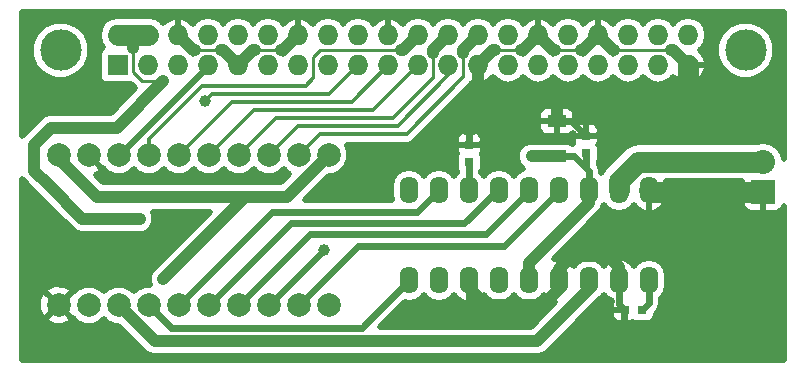
<source format=gbr>
G04 #@! TF.FileFunction,Copper,L1,Top,Signal*
%FSLAX46Y46*%
G04 Gerber Fmt 4.6, Leading zero omitted, Abs format (unit mm)*
G04 Created by KiCad (PCBNEW 4.0.6-e0-6349~53~ubuntu16.04.1) date Sat Mar 25 19:46:27 2017*
%MOMM*%
%LPD*%
G01*
G04 APERTURE LIST*
%ADD10C,0.100000*%
%ADD11R,0.750000X0.800000*%
%ADD12C,3.500000*%
%ADD13O,1.727200X1.727200*%
%ADD14R,1.727200X1.727200*%
%ADD15O,1.600000X2.300000*%
%ADD16C,2.000000*%
%ADD17R,0.800000X0.750000*%
%ADD18R,1.600000X1.000000*%
%ADD19R,2.032000X2.032000*%
%ADD20O,2.032000X2.032000*%
%ADD21C,1.000000*%
%ADD22C,0.600000*%
%ADD23C,1.800000*%
%ADD24C,1.000000*%
%ADD25C,0.250000*%
%ADD26C,0.350000*%
%ADD27C,0.500000*%
G04 APERTURE END LIST*
D10*
D11*
X138100000Y-113000000D03*
X138100000Y-111500000D03*
X148000000Y-112250000D03*
X148000000Y-110750000D03*
D12*
X103500000Y-103500000D03*
X161500000Y-103500000D03*
D13*
X108370000Y-102230000D03*
D14*
X108370000Y-104770000D03*
D13*
X110910000Y-102230000D03*
X110910000Y-104770000D03*
X113450000Y-102230000D03*
X113450000Y-104770000D03*
X115990000Y-102230000D03*
X115990000Y-104770000D03*
X118530000Y-102230000D03*
X118530000Y-104770000D03*
X121070000Y-102230000D03*
X121070000Y-104770000D03*
X123610000Y-102230000D03*
X123610000Y-104770000D03*
X126150000Y-102230000D03*
X126150000Y-104770000D03*
X128690000Y-102230000D03*
X128690000Y-104770000D03*
X131230000Y-102230000D03*
X131230000Y-104770000D03*
X133770000Y-102230000D03*
X133770000Y-104770000D03*
X136310000Y-102230000D03*
X136310000Y-104770000D03*
X138850000Y-102230000D03*
X138850000Y-104770000D03*
X141390000Y-102230000D03*
X141390000Y-104770000D03*
X143930000Y-102230000D03*
X143930000Y-104770000D03*
X146470000Y-102230000D03*
X146470000Y-104770000D03*
X149010000Y-102230000D03*
X149010000Y-104770000D03*
X151550000Y-102230000D03*
X151550000Y-104770000D03*
X154090000Y-102230000D03*
X154090000Y-104770000D03*
X156630000Y-102230000D03*
X156630000Y-104770000D03*
D15*
X133000000Y-123000000D03*
X135540000Y-123000000D03*
X138080000Y-123000000D03*
X140620000Y-123000000D03*
X143160000Y-123000000D03*
X145700000Y-123000000D03*
X148240000Y-123000000D03*
X150780000Y-123000000D03*
X153320000Y-123000000D03*
X153320000Y-115380000D03*
X150780000Y-115380000D03*
X148240000Y-115380000D03*
X145700000Y-115380000D03*
X143160000Y-115380000D03*
X140620000Y-115380000D03*
X138080000Y-115380000D03*
X135540000Y-115380000D03*
X133000000Y-115380000D03*
D16*
X126200000Y-112400000D03*
X123660000Y-112400000D03*
X121120000Y-112400000D03*
X118580000Y-112400000D03*
X116040000Y-112400000D03*
X113500000Y-112400000D03*
X110960000Y-112400000D03*
X108420000Y-112400000D03*
X105880000Y-112400000D03*
X103340000Y-112400000D03*
X126200000Y-125100000D03*
X123660000Y-125100000D03*
X121120000Y-125100000D03*
X118580000Y-125100000D03*
X116040000Y-125100000D03*
X113500000Y-125100000D03*
X110960000Y-125100000D03*
X108420000Y-125100000D03*
X105880000Y-125100000D03*
X103340000Y-125100000D03*
D17*
X152750000Y-125500000D03*
X151250000Y-125500000D03*
D18*
X145500000Y-112500000D03*
X145500000Y-109500000D03*
D19*
X163000000Y-115500000D03*
D20*
X163000000Y-112960000D03*
D21*
X145600000Y-107500000D03*
X143400000Y-112500000D03*
X110200000Y-117800000D03*
X112200000Y-106100000D03*
X112200000Y-122900000D03*
X115700000Y-107800000D03*
X125800000Y-120400000D03*
D22*
X138100000Y-111500000D02*
X138100000Y-109850000D01*
D23*
X138100000Y-109050000D02*
X138100000Y-109850000D01*
X138100000Y-109050000D02*
X139725000Y-107425000D01*
X145550000Y-107500000D02*
X145600000Y-107500000D01*
X153320000Y-115380000D02*
X153440000Y-115500000D01*
X153440000Y-115500000D02*
X163000000Y-115500000D01*
D24*
X145500000Y-109500000D02*
X145550000Y-109450000D01*
X145550000Y-109450000D02*
X145550000Y-107500000D01*
X145700000Y-123000000D02*
X145700000Y-122050000D01*
X145700000Y-122050000D02*
X146850000Y-120900000D01*
X150780000Y-121830000D02*
X150780000Y-123000000D01*
X149850000Y-120900000D02*
X150780000Y-121830000D01*
X146850000Y-120900000D02*
X149850000Y-120900000D01*
X138080000Y-123000000D02*
X138080000Y-123680000D01*
X138080000Y-123680000D02*
X139500000Y-125100000D01*
X139500000Y-125100000D02*
X144300000Y-125100000D01*
X144300000Y-125100000D02*
X145700000Y-123700000D01*
X145700000Y-123700000D02*
X145700000Y-123000000D01*
X139150000Y-106850000D02*
X138850000Y-106550000D01*
D23*
X139800000Y-107500000D02*
X139725000Y-107425000D01*
X139725000Y-107425000D02*
X139150000Y-106850000D01*
X156630000Y-104770000D02*
X156630000Y-105970000D01*
X155100000Y-107500000D02*
X156630000Y-105970000D01*
X149050000Y-107500000D02*
X155100000Y-107500000D01*
X149050000Y-107500000D02*
X145550000Y-107500000D01*
X145550000Y-107500000D02*
X139800000Y-107500000D01*
D24*
X138850000Y-106550000D02*
X138850000Y-104770000D01*
D22*
X145500000Y-109500000D02*
X146750000Y-109500000D01*
X146750000Y-109500000D02*
X148000000Y-110750000D01*
X150780000Y-123000000D02*
X150780000Y-125030000D01*
X150780000Y-125030000D02*
X151250000Y-125500000D01*
D25*
X119800000Y-103500000D02*
X122340000Y-103500000D01*
D24*
X119800000Y-103500000D02*
X120000000Y-103500000D01*
X118530000Y-104770000D02*
X119800000Y-103500000D01*
X122340000Y-103500000D02*
X122150000Y-103500000D01*
X122340000Y-103500000D02*
X123610000Y-102230000D01*
D25*
X114720000Y-103500000D02*
X117260000Y-103500000D01*
X117260000Y-103500000D02*
X117050000Y-103500000D01*
D24*
X117260000Y-103500000D02*
X117050000Y-103500000D01*
D25*
X140120000Y-103500000D02*
X142450000Y-103500000D01*
D24*
X142660000Y-103500000D02*
X142450000Y-103500000D01*
X142660000Y-103500000D02*
X143930000Y-102230000D01*
D25*
X140120000Y-103500000D02*
X140300000Y-103500000D01*
X147740000Y-103500000D02*
X145200000Y-103500000D01*
X145200000Y-103500000D02*
X145400000Y-103500000D01*
D24*
X145200000Y-103500000D02*
X145400000Y-103500000D01*
D25*
X155360000Y-103500000D02*
X150400000Y-103500000D01*
D24*
X150280000Y-103500000D02*
X149010000Y-102230000D01*
X150280000Y-103500000D02*
X150400000Y-103500000D01*
X156630000Y-104770000D02*
X155360000Y-103500000D01*
X155360000Y-103500000D02*
X155150000Y-103500000D01*
X149010000Y-102230000D02*
X147740000Y-103500000D01*
X147740000Y-103500000D02*
X147550000Y-103500000D01*
X143930000Y-102230000D02*
X145200000Y-103500000D01*
X138850000Y-104770000D02*
X140120000Y-103500000D01*
X140120000Y-103500000D02*
X140300000Y-103500000D01*
X118530000Y-104770000D02*
X117260000Y-103500000D01*
X113450000Y-102230000D02*
X114720000Y-103500000D01*
X114720000Y-103500000D02*
X114900000Y-103500000D01*
X145500000Y-112500000D02*
X143400000Y-112500000D01*
X105350000Y-117800000D02*
X110200000Y-117800000D01*
X108250000Y-110050000D02*
X112200000Y-106100000D01*
X101250000Y-113700000D02*
X102500000Y-114950000D01*
X101250000Y-111500000D02*
X101250000Y-113700000D01*
X102700000Y-110050000D02*
X101250000Y-111500000D01*
X108250000Y-110050000D02*
X102700000Y-110050000D01*
X102500000Y-114950000D02*
X105350000Y-117800000D01*
X143160000Y-123000000D02*
X143160000Y-121490000D01*
X143160000Y-121490000D02*
X148240000Y-116410000D01*
X148240000Y-116410000D02*
X148240000Y-115380000D01*
D25*
X109650000Y-103350000D02*
X109650000Y-105350000D01*
X110400000Y-106100000D02*
X112200000Y-106100000D01*
X109650000Y-105350000D02*
X110400000Y-106100000D01*
D22*
X148000000Y-112250000D02*
X148000000Y-113500000D01*
X145500000Y-112500000D02*
X147000000Y-112500000D01*
X148240000Y-113740000D02*
X148240000Y-115380000D01*
X147000000Y-112500000D02*
X148000000Y-113500000D01*
X148000000Y-113500000D02*
X148240000Y-113740000D01*
D24*
X109650000Y-102230000D02*
X109650000Y-103350000D01*
X109650000Y-103350000D02*
X109650000Y-103250000D01*
D23*
X108370000Y-102230000D02*
X109650000Y-102230000D01*
X109650000Y-102230000D02*
X110910000Y-102230000D01*
D24*
X103340000Y-112400000D02*
X103340000Y-112690000D01*
X103340000Y-112690000D02*
X106600000Y-115950000D01*
X106600000Y-115950000D02*
X119150000Y-115950000D01*
X122650000Y-115950000D02*
X126200000Y-112400000D01*
X119150000Y-115950000D02*
X122650000Y-115950000D01*
X112200000Y-122900000D02*
X119150000Y-115950000D01*
D26*
X126260000Y-107200000D02*
X116300000Y-107200000D01*
X116300000Y-107200000D02*
X115700000Y-107800000D01*
X128690000Y-104770000D02*
X126260000Y-107200000D01*
D22*
X153320000Y-123000000D02*
X153320000Y-124930000D01*
X153320000Y-124930000D02*
X152750000Y-125500000D01*
D23*
X150780000Y-115380000D02*
X150780000Y-114570000D01*
X150780000Y-114570000D02*
X152390000Y-112960000D01*
X152390000Y-112960000D02*
X163000000Y-112960000D01*
D22*
X145700000Y-115380000D02*
X145700000Y-115400000D01*
X128710000Y-120050000D02*
X123660000Y-125100000D01*
X141050000Y-120050000D02*
X128710000Y-120050000D01*
X145700000Y-115400000D02*
X141050000Y-120050000D01*
X143160000Y-115380000D02*
X143160000Y-115440000D01*
X124580000Y-119100000D02*
X118580000Y-125100000D01*
X139500000Y-119100000D02*
X124580000Y-119100000D01*
X143160000Y-115440000D02*
X139500000Y-119100000D01*
X140620000Y-115380000D02*
X140620000Y-115230000D01*
X122990000Y-118150000D02*
X116040000Y-125100000D01*
X137700000Y-118150000D02*
X122990000Y-118150000D01*
X140620000Y-115230000D02*
X137700000Y-118150000D01*
X113500000Y-125100000D02*
X121400000Y-117200000D01*
X133720000Y-117200000D02*
X135540000Y-115380000D01*
X121400000Y-117200000D02*
X133720000Y-117200000D01*
X125800000Y-120420000D02*
X125800000Y-120400000D01*
X121120000Y-125100000D02*
X125800000Y-120420000D01*
X110960000Y-125100000D02*
X112860000Y-127000000D01*
X112860000Y-127000000D02*
X129000000Y-127000000D01*
X129000000Y-127000000D02*
X133000000Y-123000000D01*
D24*
X108420000Y-125100000D02*
X111470000Y-128150000D01*
X143850000Y-128150000D02*
X148240000Y-123760000D01*
X111470000Y-128150000D02*
X143850000Y-128150000D01*
X148240000Y-123760000D02*
X148240000Y-123000000D01*
D22*
X108420000Y-112400000D02*
X115990000Y-104830000D01*
X115990000Y-104830000D02*
X115990000Y-104770000D01*
D26*
X123660000Y-112400000D02*
X125460000Y-110600000D01*
D24*
X137600000Y-103480000D02*
X138850000Y-102230000D01*
X137600000Y-103480000D02*
X137600000Y-103700000D01*
D25*
X137600000Y-105800000D02*
X137600000Y-103700000D01*
D26*
X132800000Y-110600000D02*
X137600000Y-105800000D01*
X125460000Y-110600000D02*
X132800000Y-110600000D01*
X118580000Y-112400000D02*
X121730000Y-109250000D01*
D25*
X135050000Y-105850000D02*
X135050000Y-103490000D01*
D26*
X131650000Y-109250000D02*
X135050000Y-105850000D01*
X121730000Y-109250000D02*
X131650000Y-109250000D01*
D25*
X135050000Y-103490000D02*
X135050000Y-103700000D01*
D24*
X136310000Y-102230000D02*
X135050000Y-103490000D01*
X135050000Y-103490000D02*
X135050000Y-103700000D01*
D26*
X116040000Y-112400000D02*
X119890000Y-108550000D01*
X129990000Y-108550000D02*
X133770000Y-104770000D01*
X119890000Y-108550000D02*
X129990000Y-108550000D01*
X113500000Y-112400000D02*
X118050000Y-107850000D01*
X128150000Y-107850000D02*
X131230000Y-104770000D01*
X118050000Y-107850000D02*
X128150000Y-107850000D01*
X121120000Y-112400000D02*
X123620000Y-109900000D01*
X136310000Y-105640000D02*
X136310000Y-104770000D01*
X132050000Y-109900000D02*
X136310000Y-105640000D01*
X123620000Y-109900000D02*
X132050000Y-109900000D01*
X116810000Y-106550000D02*
X115450000Y-106550000D01*
X116810000Y-106550000D02*
X124250000Y-106550000D01*
X124250000Y-106550000D02*
X124900000Y-105900000D01*
D25*
X132300000Y-103500000D02*
X129500000Y-103500000D01*
D24*
X132500000Y-103500000D02*
X132300000Y-103500000D01*
X133770000Y-102230000D02*
X132500000Y-103500000D01*
D25*
X124900000Y-104100000D02*
X124900000Y-105900000D01*
X125500000Y-103500000D02*
X124900000Y-104100000D01*
X129500000Y-103500000D02*
X125500000Y-103500000D01*
D26*
X110960000Y-111040000D02*
X110960000Y-112400000D01*
X115450000Y-106550000D02*
X110960000Y-111040000D01*
D22*
X138080000Y-115380000D02*
X138080000Y-113020000D01*
X138080000Y-113020000D02*
X138100000Y-113000000D01*
D27*
G36*
X100366117Y-114583883D02*
X101616117Y-115833884D01*
X101616120Y-115833886D01*
X104466117Y-118683884D01*
X104728319Y-118859081D01*
X104871646Y-118954849D01*
X105350000Y-119050000D01*
X110198909Y-119050000D01*
X110447550Y-119050217D01*
X110907143Y-118860316D01*
X111259081Y-118508993D01*
X111449783Y-118049731D01*
X111450217Y-117552450D01*
X111304587Y-117200000D01*
X116132233Y-117200000D01*
X111317174Y-122015060D01*
X111140919Y-122191007D01*
X110950217Y-122650269D01*
X110949783Y-123147550D01*
X111033460Y-123350063D01*
X110613431Y-123349696D01*
X109969999Y-123615557D01*
X109689943Y-123895125D01*
X109412590Y-123617287D01*
X108769624Y-123350304D01*
X108073431Y-123349696D01*
X107429999Y-123615557D01*
X107149943Y-123895125D01*
X106872590Y-123617287D01*
X106229624Y-123350304D01*
X105533431Y-123349696D01*
X104889999Y-123615557D01*
X104523535Y-123981382D01*
X104476275Y-123969382D01*
X103345657Y-125100000D01*
X104476275Y-126230618D01*
X104523866Y-126218534D01*
X104887410Y-126582713D01*
X105530376Y-126849696D01*
X106226569Y-126850304D01*
X106870001Y-126584443D01*
X107150057Y-126304875D01*
X107427410Y-126582713D01*
X108070376Y-126849696D01*
X108402220Y-126849986D01*
X110586116Y-129033883D01*
X110991646Y-129304849D01*
X111470000Y-129400000D01*
X143850000Y-129400000D01*
X144328354Y-129304849D01*
X144733883Y-129033883D01*
X148074266Y-125693500D01*
X150092000Y-125693500D01*
X150092000Y-126025775D01*
X150207398Y-126304372D01*
X150420627Y-126517601D01*
X150699224Y-126633000D01*
X151056500Y-126633000D01*
X151246000Y-126443500D01*
X151246000Y-125504000D01*
X150281500Y-125504000D01*
X150092000Y-125693500D01*
X148074266Y-125693500D01*
X149123884Y-124643883D01*
X149146701Y-124609735D01*
X149336016Y-124483239D01*
X149517734Y-124211277D01*
X149681156Y-124454501D01*
X150172141Y-124780746D01*
X150092000Y-124974225D01*
X150092000Y-125306500D01*
X150281500Y-125496000D01*
X151246000Y-125496000D01*
X151246000Y-125476000D01*
X151254000Y-125476000D01*
X151254000Y-125496000D01*
X151274000Y-125496000D01*
X151274000Y-125504000D01*
X151254000Y-125504000D01*
X151254000Y-126443500D01*
X151443500Y-126633000D01*
X151800776Y-126633000D01*
X152006286Y-126547875D01*
X152052492Y-126579446D01*
X152350000Y-126639693D01*
X153150000Y-126639693D01*
X153427933Y-126587396D01*
X153683198Y-126423138D01*
X153854446Y-126172508D01*
X153914693Y-125875000D01*
X153914693Y-125820231D01*
X154062462Y-125672462D01*
X154125343Y-125578354D01*
X154290074Y-125331818D01*
X154370000Y-124930000D01*
X154370000Y-124513986D01*
X154416016Y-124483239D01*
X154752013Y-123980382D01*
X154870000Y-123387223D01*
X154870000Y-122612777D01*
X154752013Y-122019618D01*
X154416016Y-121516761D01*
X153913159Y-121180764D01*
X153320000Y-121062777D01*
X152726841Y-121180764D01*
X152223984Y-121516761D01*
X152042266Y-121788723D01*
X151878844Y-121545499D01*
X151372525Y-121209065D01*
X151027675Y-121111812D01*
X150784000Y-121281506D01*
X150784000Y-122996000D01*
X150804000Y-122996000D01*
X150804000Y-123004000D01*
X150784000Y-123004000D01*
X150784000Y-123024000D01*
X150776000Y-123024000D01*
X150776000Y-123004000D01*
X150756000Y-123004000D01*
X150756000Y-122996000D01*
X150776000Y-122996000D01*
X150776000Y-121281506D01*
X150532325Y-121111812D01*
X150187475Y-121209065D01*
X149681156Y-121545499D01*
X149517734Y-121788723D01*
X149336016Y-121516761D01*
X148833159Y-121180764D01*
X148240000Y-121062777D01*
X147646841Y-121180764D01*
X147143984Y-121516761D01*
X146962266Y-121788723D01*
X146798844Y-121545499D01*
X146292525Y-121209065D01*
X145947675Y-121111812D01*
X145704000Y-121281506D01*
X145704000Y-122996000D01*
X145724000Y-122996000D01*
X145724000Y-123004000D01*
X145704000Y-123004000D01*
X145704000Y-123024000D01*
X145696000Y-123024000D01*
X145696000Y-123004000D01*
X145676000Y-123004000D01*
X145676000Y-122996000D01*
X145696000Y-122996000D01*
X145696000Y-121281506D01*
X145452325Y-121111812D01*
X145248462Y-121169305D01*
X149123884Y-117293883D01*
X149394849Y-116888354D01*
X149412785Y-116798182D01*
X149426901Y-116727220D01*
X149510000Y-116602853D01*
X149683984Y-116863239D01*
X150186841Y-117199236D01*
X150780000Y-117317223D01*
X151373159Y-117199236D01*
X151876016Y-116863239D01*
X152057734Y-116591277D01*
X152221156Y-116834501D01*
X152727475Y-117170935D01*
X153072325Y-117268188D01*
X153316000Y-117098494D01*
X153316000Y-115384000D01*
X153324000Y-115384000D01*
X153324000Y-117098494D01*
X153567675Y-117268188D01*
X153912525Y-117170935D01*
X154418844Y-116834501D01*
X154757874Y-116329916D01*
X154878000Y-115734000D01*
X154878000Y-115693500D01*
X161226000Y-115693500D01*
X161226000Y-116666775D01*
X161341398Y-116945372D01*
X161554627Y-117158601D01*
X161833224Y-117274000D01*
X162806500Y-117274000D01*
X162996000Y-117084500D01*
X162996000Y-115504000D01*
X161415500Y-115504000D01*
X161226000Y-115693500D01*
X154878000Y-115693500D01*
X154878000Y-115384000D01*
X153324000Y-115384000D01*
X153316000Y-115384000D01*
X153296000Y-115384000D01*
X153296000Y-115376000D01*
X153316000Y-115376000D01*
X153316000Y-115356000D01*
X153324000Y-115356000D01*
X153324000Y-115376000D01*
X154878000Y-115376000D01*
X154878000Y-115026000D01*
X154794142Y-114610000D01*
X161226000Y-114610000D01*
X161226000Y-115306500D01*
X161415500Y-115496000D01*
X162996000Y-115496000D01*
X162996000Y-115476000D01*
X163004000Y-115476000D01*
X163004000Y-115496000D01*
X163024000Y-115496000D01*
X163024000Y-115504000D01*
X163004000Y-115504000D01*
X163004000Y-117084500D01*
X163193500Y-117274000D01*
X164166776Y-117274000D01*
X164445373Y-117158601D01*
X164658602Y-116945372D01*
X164750000Y-116724716D01*
X164750000Y-129750000D01*
X100250000Y-129750000D01*
X100250000Y-126236275D01*
X102209382Y-126236275D01*
X102289669Y-126552463D01*
X102925454Y-126843845D01*
X103624350Y-126869743D01*
X104279956Y-126626213D01*
X104390331Y-126552463D01*
X104470618Y-126236275D01*
X103340000Y-125105657D01*
X102209382Y-126236275D01*
X100250000Y-126236275D01*
X100250000Y-125384350D01*
X101570257Y-125384350D01*
X101813787Y-126039956D01*
X101887537Y-126150331D01*
X102203725Y-126230618D01*
X103334343Y-125100000D01*
X102203725Y-123969382D01*
X101887537Y-124049669D01*
X101596155Y-124685454D01*
X101570257Y-125384350D01*
X100250000Y-125384350D01*
X100250000Y-123963725D01*
X102209382Y-123963725D01*
X103340000Y-125094343D01*
X104470618Y-123963725D01*
X104390331Y-123647537D01*
X103754546Y-123356155D01*
X103055650Y-123330257D01*
X102400044Y-123573787D01*
X102289669Y-123647537D01*
X102209382Y-123963725D01*
X100250000Y-123963725D01*
X100250000Y-114410102D01*
X100366117Y-114583883D01*
X100366117Y-114583883D01*
G37*
X100366117Y-114583883D02*
X101616117Y-115833884D01*
X101616120Y-115833886D01*
X104466117Y-118683884D01*
X104728319Y-118859081D01*
X104871646Y-118954849D01*
X105350000Y-119050000D01*
X110198909Y-119050000D01*
X110447550Y-119050217D01*
X110907143Y-118860316D01*
X111259081Y-118508993D01*
X111449783Y-118049731D01*
X111450217Y-117552450D01*
X111304587Y-117200000D01*
X116132233Y-117200000D01*
X111317174Y-122015060D01*
X111140919Y-122191007D01*
X110950217Y-122650269D01*
X110949783Y-123147550D01*
X111033460Y-123350063D01*
X110613431Y-123349696D01*
X109969999Y-123615557D01*
X109689943Y-123895125D01*
X109412590Y-123617287D01*
X108769624Y-123350304D01*
X108073431Y-123349696D01*
X107429999Y-123615557D01*
X107149943Y-123895125D01*
X106872590Y-123617287D01*
X106229624Y-123350304D01*
X105533431Y-123349696D01*
X104889999Y-123615557D01*
X104523535Y-123981382D01*
X104476275Y-123969382D01*
X103345657Y-125100000D01*
X104476275Y-126230618D01*
X104523866Y-126218534D01*
X104887410Y-126582713D01*
X105530376Y-126849696D01*
X106226569Y-126850304D01*
X106870001Y-126584443D01*
X107150057Y-126304875D01*
X107427410Y-126582713D01*
X108070376Y-126849696D01*
X108402220Y-126849986D01*
X110586116Y-129033883D01*
X110991646Y-129304849D01*
X111470000Y-129400000D01*
X143850000Y-129400000D01*
X144328354Y-129304849D01*
X144733883Y-129033883D01*
X148074266Y-125693500D01*
X150092000Y-125693500D01*
X150092000Y-126025775D01*
X150207398Y-126304372D01*
X150420627Y-126517601D01*
X150699224Y-126633000D01*
X151056500Y-126633000D01*
X151246000Y-126443500D01*
X151246000Y-125504000D01*
X150281500Y-125504000D01*
X150092000Y-125693500D01*
X148074266Y-125693500D01*
X149123884Y-124643883D01*
X149146701Y-124609735D01*
X149336016Y-124483239D01*
X149517734Y-124211277D01*
X149681156Y-124454501D01*
X150172141Y-124780746D01*
X150092000Y-124974225D01*
X150092000Y-125306500D01*
X150281500Y-125496000D01*
X151246000Y-125496000D01*
X151246000Y-125476000D01*
X151254000Y-125476000D01*
X151254000Y-125496000D01*
X151274000Y-125496000D01*
X151274000Y-125504000D01*
X151254000Y-125504000D01*
X151254000Y-126443500D01*
X151443500Y-126633000D01*
X151800776Y-126633000D01*
X152006286Y-126547875D01*
X152052492Y-126579446D01*
X152350000Y-126639693D01*
X153150000Y-126639693D01*
X153427933Y-126587396D01*
X153683198Y-126423138D01*
X153854446Y-126172508D01*
X153914693Y-125875000D01*
X153914693Y-125820231D01*
X154062462Y-125672462D01*
X154125343Y-125578354D01*
X154290074Y-125331818D01*
X154370000Y-124930000D01*
X154370000Y-124513986D01*
X154416016Y-124483239D01*
X154752013Y-123980382D01*
X154870000Y-123387223D01*
X154870000Y-122612777D01*
X154752013Y-122019618D01*
X154416016Y-121516761D01*
X153913159Y-121180764D01*
X153320000Y-121062777D01*
X152726841Y-121180764D01*
X152223984Y-121516761D01*
X152042266Y-121788723D01*
X151878844Y-121545499D01*
X151372525Y-121209065D01*
X151027675Y-121111812D01*
X150784000Y-121281506D01*
X150784000Y-122996000D01*
X150804000Y-122996000D01*
X150804000Y-123004000D01*
X150784000Y-123004000D01*
X150784000Y-123024000D01*
X150776000Y-123024000D01*
X150776000Y-123004000D01*
X150756000Y-123004000D01*
X150756000Y-122996000D01*
X150776000Y-122996000D01*
X150776000Y-121281506D01*
X150532325Y-121111812D01*
X150187475Y-121209065D01*
X149681156Y-121545499D01*
X149517734Y-121788723D01*
X149336016Y-121516761D01*
X148833159Y-121180764D01*
X148240000Y-121062777D01*
X147646841Y-121180764D01*
X147143984Y-121516761D01*
X146962266Y-121788723D01*
X146798844Y-121545499D01*
X146292525Y-121209065D01*
X145947675Y-121111812D01*
X145704000Y-121281506D01*
X145704000Y-122996000D01*
X145724000Y-122996000D01*
X145724000Y-123004000D01*
X145704000Y-123004000D01*
X145704000Y-123024000D01*
X145696000Y-123024000D01*
X145696000Y-123004000D01*
X145676000Y-123004000D01*
X145676000Y-122996000D01*
X145696000Y-122996000D01*
X145696000Y-121281506D01*
X145452325Y-121111812D01*
X145248462Y-121169305D01*
X149123884Y-117293883D01*
X149394849Y-116888354D01*
X149412785Y-116798182D01*
X149426901Y-116727220D01*
X149510000Y-116602853D01*
X149683984Y-116863239D01*
X150186841Y-117199236D01*
X150780000Y-117317223D01*
X151373159Y-117199236D01*
X151876016Y-116863239D01*
X152057734Y-116591277D01*
X152221156Y-116834501D01*
X152727475Y-117170935D01*
X153072325Y-117268188D01*
X153316000Y-117098494D01*
X153316000Y-115384000D01*
X153324000Y-115384000D01*
X153324000Y-117098494D01*
X153567675Y-117268188D01*
X153912525Y-117170935D01*
X154418844Y-116834501D01*
X154757874Y-116329916D01*
X154878000Y-115734000D01*
X154878000Y-115693500D01*
X161226000Y-115693500D01*
X161226000Y-116666775D01*
X161341398Y-116945372D01*
X161554627Y-117158601D01*
X161833224Y-117274000D01*
X162806500Y-117274000D01*
X162996000Y-117084500D01*
X162996000Y-115504000D01*
X161415500Y-115504000D01*
X161226000Y-115693500D01*
X154878000Y-115693500D01*
X154878000Y-115384000D01*
X153324000Y-115384000D01*
X153316000Y-115384000D01*
X153296000Y-115384000D01*
X153296000Y-115376000D01*
X153316000Y-115376000D01*
X153316000Y-115356000D01*
X153324000Y-115356000D01*
X153324000Y-115376000D01*
X154878000Y-115376000D01*
X154878000Y-115026000D01*
X154794142Y-114610000D01*
X161226000Y-114610000D01*
X161226000Y-115306500D01*
X161415500Y-115496000D01*
X162996000Y-115496000D01*
X162996000Y-115476000D01*
X163004000Y-115476000D01*
X163004000Y-115496000D01*
X163024000Y-115496000D01*
X163024000Y-115504000D01*
X163004000Y-115504000D01*
X163004000Y-117084500D01*
X163193500Y-117274000D01*
X164166776Y-117274000D01*
X164445373Y-117158601D01*
X164658602Y-116945372D01*
X164750000Y-116724716D01*
X164750000Y-129750000D01*
X100250000Y-129750000D01*
X100250000Y-126236275D01*
X102209382Y-126236275D01*
X102289669Y-126552463D01*
X102925454Y-126843845D01*
X103624350Y-126869743D01*
X104279956Y-126626213D01*
X104390331Y-126552463D01*
X104470618Y-126236275D01*
X103340000Y-125105657D01*
X102209382Y-126236275D01*
X100250000Y-126236275D01*
X100250000Y-125384350D01*
X101570257Y-125384350D01*
X101813787Y-126039956D01*
X101887537Y-126150331D01*
X102203725Y-126230618D01*
X103334343Y-125100000D01*
X102203725Y-123969382D01*
X101887537Y-124049669D01*
X101596155Y-124685454D01*
X101570257Y-125384350D01*
X100250000Y-125384350D01*
X100250000Y-123963725D01*
X102209382Y-123963725D01*
X103340000Y-125094343D01*
X104470618Y-123963725D01*
X104390331Y-123647537D01*
X103754546Y-123356155D01*
X103055650Y-123330257D01*
X102400044Y-123573787D01*
X102289669Y-123647537D01*
X102209382Y-123963725D01*
X100250000Y-123963725D01*
X100250000Y-114410102D01*
X100366117Y-114583883D01*
G36*
X138084000Y-122996000D02*
X138104000Y-122996000D01*
X138104000Y-123004000D01*
X138084000Y-123004000D01*
X138084000Y-124718494D01*
X138327675Y-124888188D01*
X138672525Y-124790935D01*
X139178844Y-124454501D01*
X139342266Y-124211277D01*
X139523984Y-124483239D01*
X140026841Y-124819236D01*
X140620000Y-124937223D01*
X141213159Y-124819236D01*
X141716016Y-124483239D01*
X141890000Y-124222853D01*
X142063984Y-124483239D01*
X142566841Y-124819236D01*
X143160000Y-124937223D01*
X143753159Y-124819236D01*
X144256016Y-124483239D01*
X144437734Y-124211277D01*
X144601156Y-124454501D01*
X145107475Y-124790935D01*
X145367865Y-124864369D01*
X143332234Y-126900000D01*
X130584924Y-126900000D01*
X132622742Y-124862182D01*
X133000000Y-124937223D01*
X133593159Y-124819236D01*
X134096016Y-124483239D01*
X134270000Y-124222853D01*
X134443984Y-124483239D01*
X134946841Y-124819236D01*
X135540000Y-124937223D01*
X136133159Y-124819236D01*
X136636016Y-124483239D01*
X136817734Y-124211277D01*
X136981156Y-124454501D01*
X137487475Y-124790935D01*
X137832325Y-124888188D01*
X138076000Y-124718494D01*
X138076000Y-123004000D01*
X138056000Y-123004000D01*
X138056000Y-122996000D01*
X138076000Y-122996000D01*
X138076000Y-122976000D01*
X138084000Y-122976000D01*
X138084000Y-122996000D01*
X138084000Y-122996000D01*
G37*
X138084000Y-122996000D02*
X138104000Y-122996000D01*
X138104000Y-123004000D01*
X138084000Y-123004000D01*
X138084000Y-124718494D01*
X138327675Y-124888188D01*
X138672525Y-124790935D01*
X139178844Y-124454501D01*
X139342266Y-124211277D01*
X139523984Y-124483239D01*
X140026841Y-124819236D01*
X140620000Y-124937223D01*
X141213159Y-124819236D01*
X141716016Y-124483239D01*
X141890000Y-124222853D01*
X142063984Y-124483239D01*
X142566841Y-124819236D01*
X143160000Y-124937223D01*
X143753159Y-124819236D01*
X144256016Y-124483239D01*
X144437734Y-124211277D01*
X144601156Y-124454501D01*
X145107475Y-124790935D01*
X145367865Y-124864369D01*
X143332234Y-126900000D01*
X130584924Y-126900000D01*
X132622742Y-124862182D01*
X133000000Y-124937223D01*
X133593159Y-124819236D01*
X134096016Y-124483239D01*
X134270000Y-124222853D01*
X134443984Y-124483239D01*
X134946841Y-124819236D01*
X135540000Y-124937223D01*
X136133159Y-124819236D01*
X136636016Y-124483239D01*
X136817734Y-124211277D01*
X136981156Y-124454501D01*
X137487475Y-124790935D01*
X137832325Y-124888188D01*
X138076000Y-124718494D01*
X138076000Y-123004000D01*
X138056000Y-123004000D01*
X138056000Y-122996000D01*
X138076000Y-122996000D01*
X138076000Y-122976000D01*
X138084000Y-122976000D01*
X138084000Y-122996000D01*
G36*
X164750000Y-112705627D02*
X164666169Y-112284181D01*
X164283349Y-111711249D01*
X163710417Y-111328429D01*
X163034598Y-111194000D01*
X162965402Y-111194000D01*
X162382232Y-111310000D01*
X152390000Y-111310000D01*
X151758572Y-111435599D01*
X151488408Y-111616117D01*
X151223274Y-111793274D01*
X149613274Y-113403274D01*
X149299735Y-113872519D01*
X149290000Y-113866014D01*
X149290000Y-113740000D01*
X149210074Y-113338182D01*
X149050000Y-113098615D01*
X149050000Y-112990604D01*
X149079446Y-112947508D01*
X149139693Y-112650000D01*
X149139693Y-111850000D01*
X149087396Y-111572067D01*
X149046775Y-111508940D01*
X149133000Y-111300776D01*
X149133000Y-110943500D01*
X148943500Y-110754000D01*
X148004000Y-110754000D01*
X148004000Y-110774000D01*
X147996000Y-110774000D01*
X147996000Y-110754000D01*
X147056500Y-110754000D01*
X146867000Y-110943500D01*
X146867000Y-111300776D01*
X146928811Y-111450000D01*
X146823547Y-111450000D01*
X146597508Y-111295554D01*
X146300000Y-111235307D01*
X144700000Y-111235307D01*
X144621914Y-111250000D01*
X143401090Y-111250000D01*
X143152450Y-111249783D01*
X142692857Y-111439684D01*
X142340919Y-111791007D01*
X142150217Y-112250269D01*
X142149783Y-112747550D01*
X142339684Y-113207143D01*
X142671838Y-113539879D01*
X142566841Y-113560764D01*
X142063984Y-113896761D01*
X141890000Y-114157147D01*
X141716016Y-113896761D01*
X141213159Y-113560764D01*
X140620000Y-113442777D01*
X140026841Y-113560764D01*
X139523984Y-113896761D01*
X139350000Y-114157147D01*
X139176016Y-113896761D01*
X139130000Y-113866014D01*
X139130000Y-113769875D01*
X139179446Y-113697508D01*
X139239693Y-113400000D01*
X139239693Y-112600000D01*
X139187396Y-112322067D01*
X139146775Y-112258940D01*
X139233000Y-112050776D01*
X139233000Y-111693500D01*
X139043500Y-111504000D01*
X138104000Y-111504000D01*
X138104000Y-111524000D01*
X138096000Y-111524000D01*
X138096000Y-111504000D01*
X137156500Y-111504000D01*
X136967000Y-111693500D01*
X136967000Y-112050776D01*
X137052125Y-112256286D01*
X137020554Y-112302492D01*
X136960307Y-112600000D01*
X136960307Y-113400000D01*
X137012604Y-113677933D01*
X137030000Y-113704967D01*
X137030000Y-113866014D01*
X136983984Y-113896761D01*
X136810000Y-114157147D01*
X136636016Y-113896761D01*
X136133159Y-113560764D01*
X135540000Y-113442777D01*
X134946841Y-113560764D01*
X134443984Y-113896761D01*
X134270000Y-114157147D01*
X134096016Y-113896761D01*
X133593159Y-113560764D01*
X133000000Y-113442777D01*
X132406841Y-113560764D01*
X131903984Y-113896761D01*
X131567987Y-114399618D01*
X131450000Y-114992777D01*
X131450000Y-115767223D01*
X131526139Y-116150000D01*
X124217766Y-116150000D01*
X126217750Y-114150017D01*
X126546569Y-114150304D01*
X127190001Y-113884443D01*
X127682713Y-113392590D01*
X127949696Y-112749624D01*
X127950304Y-112053431D01*
X127731961Y-111525000D01*
X132800000Y-111525000D01*
X133153983Y-111454589D01*
X133454074Y-111254074D01*
X133758924Y-110949224D01*
X136967000Y-110949224D01*
X136967000Y-111306500D01*
X137156500Y-111496000D01*
X138096000Y-111496000D01*
X138096000Y-110531500D01*
X138104000Y-110531500D01*
X138104000Y-111496000D01*
X139043500Y-111496000D01*
X139233000Y-111306500D01*
X139233000Y-110949224D01*
X139117601Y-110670627D01*
X138904372Y-110457398D01*
X138625775Y-110342000D01*
X138293500Y-110342000D01*
X138104000Y-110531500D01*
X138096000Y-110531500D01*
X137906500Y-110342000D01*
X137574225Y-110342000D01*
X137295628Y-110457398D01*
X137082399Y-110670627D01*
X136967000Y-110949224D01*
X133758924Y-110949224D01*
X135014648Y-109693500D01*
X143942000Y-109693500D01*
X143942000Y-110150776D01*
X144057399Y-110429373D01*
X144270628Y-110642602D01*
X144549225Y-110758000D01*
X145306500Y-110758000D01*
X145496000Y-110568500D01*
X145496000Y-109504000D01*
X145504000Y-109504000D01*
X145504000Y-110568500D01*
X145693500Y-110758000D01*
X146450775Y-110758000D01*
X146729372Y-110642602D01*
X146867000Y-110504974D01*
X146867000Y-110556500D01*
X147056500Y-110746000D01*
X147996000Y-110746000D01*
X147996000Y-109781500D01*
X148004000Y-109781500D01*
X148004000Y-110746000D01*
X148943500Y-110746000D01*
X149133000Y-110556500D01*
X149133000Y-110199224D01*
X149017601Y-109920627D01*
X148804372Y-109707398D01*
X148525775Y-109592000D01*
X148193500Y-109592000D01*
X148004000Y-109781500D01*
X147996000Y-109781500D01*
X147806500Y-109592000D01*
X147474225Y-109592000D01*
X147195628Y-109707398D01*
X147058000Y-109845026D01*
X147058000Y-109693500D01*
X146868500Y-109504000D01*
X145504000Y-109504000D01*
X145496000Y-109504000D01*
X144131500Y-109504000D01*
X143942000Y-109693500D01*
X135014648Y-109693500D01*
X135858924Y-108849224D01*
X143942000Y-108849224D01*
X143942000Y-109306500D01*
X144131500Y-109496000D01*
X145496000Y-109496000D01*
X145496000Y-108431500D01*
X145504000Y-108431500D01*
X145504000Y-109496000D01*
X146868500Y-109496000D01*
X147058000Y-109306500D01*
X147058000Y-108849224D01*
X146942601Y-108570627D01*
X146729372Y-108357398D01*
X146450775Y-108242000D01*
X145693500Y-108242000D01*
X145504000Y-108431500D01*
X145496000Y-108431500D01*
X145306500Y-108242000D01*
X144549225Y-108242000D01*
X144270628Y-108357398D01*
X144057399Y-108570627D01*
X143942000Y-108849224D01*
X135858924Y-108849224D01*
X138254074Y-106454074D01*
X138360331Y-106295050D01*
X138475336Y-106347724D01*
X138592376Y-106371005D01*
X138846000Y-106202094D01*
X138846000Y-104774000D01*
X138826000Y-104774000D01*
X138826000Y-104766000D01*
X138846000Y-104766000D01*
X138846000Y-104746000D01*
X138854000Y-104746000D01*
X138854000Y-104766000D01*
X138874000Y-104766000D01*
X138874000Y-104774000D01*
X138854000Y-104774000D01*
X138854000Y-106202094D01*
X139107624Y-106371005D01*
X139224664Y-106347724D01*
X139799913Y-106084249D01*
X140116180Y-105743803D01*
X140249012Y-105942600D01*
X140772502Y-106292384D01*
X141390000Y-106415212D01*
X142007498Y-106292384D01*
X142530988Y-105942600D01*
X142660000Y-105749519D01*
X142789012Y-105942600D01*
X143312502Y-106292384D01*
X143930000Y-106415212D01*
X144547498Y-106292384D01*
X145070988Y-105942600D01*
X145200000Y-105749519D01*
X145329012Y-105942600D01*
X145852502Y-106292384D01*
X146470000Y-106415212D01*
X147087498Y-106292384D01*
X147610988Y-105942600D01*
X147740000Y-105749519D01*
X147869012Y-105942600D01*
X148392502Y-106292384D01*
X149010000Y-106415212D01*
X149627498Y-106292384D01*
X150150988Y-105942600D01*
X150280000Y-105749519D01*
X150409012Y-105942600D01*
X150932502Y-106292384D01*
X151550000Y-106415212D01*
X152167498Y-106292384D01*
X152690988Y-105942600D01*
X152820000Y-105749519D01*
X152949012Y-105942600D01*
X153472502Y-106292384D01*
X154090000Y-106415212D01*
X154707498Y-106292384D01*
X155230988Y-105942600D01*
X155363820Y-105743803D01*
X155680087Y-106084249D01*
X156255336Y-106347724D01*
X156372376Y-106371005D01*
X156626000Y-106202094D01*
X156626000Y-104774000D01*
X156634000Y-104774000D01*
X156634000Y-106202094D01*
X156887624Y-106371005D01*
X157004664Y-106347724D01*
X157579913Y-106084249D01*
X158010547Y-105620692D01*
X158231005Y-105027624D01*
X158062095Y-104774000D01*
X156634000Y-104774000D01*
X156626000Y-104774000D01*
X156606000Y-104774000D01*
X156606000Y-104766000D01*
X156626000Y-104766000D01*
X156626000Y-104746000D01*
X156634000Y-104746000D01*
X156634000Y-104766000D01*
X158062095Y-104766000D01*
X158231005Y-104512376D01*
X158038721Y-103995099D01*
X158999567Y-103995099D01*
X159379367Y-104914286D01*
X160082015Y-105618161D01*
X161000538Y-105999565D01*
X161995099Y-106000433D01*
X162914286Y-105620633D01*
X163618161Y-104917985D01*
X163999565Y-103999462D01*
X164000433Y-103004901D01*
X163620633Y-102085714D01*
X162917985Y-101381839D01*
X161999462Y-101000435D01*
X161004901Y-100999567D01*
X160085714Y-101379367D01*
X159381839Y-102082015D01*
X159000435Y-103000538D01*
X158999567Y-103995099D01*
X158038721Y-103995099D01*
X158010547Y-103919308D01*
X157622627Y-103501731D01*
X157770988Y-103402600D01*
X158120772Y-102879110D01*
X158243600Y-102261612D01*
X158243600Y-102198388D01*
X158120772Y-101580890D01*
X157770988Y-101057400D01*
X157247498Y-100707616D01*
X156630000Y-100584788D01*
X156012502Y-100707616D01*
X155489012Y-101057400D01*
X155360000Y-101250481D01*
X155230988Y-101057400D01*
X154707498Y-100707616D01*
X154090000Y-100584788D01*
X153472502Y-100707616D01*
X152949012Y-101057400D01*
X152820000Y-101250481D01*
X152690988Y-101057400D01*
X152167498Y-100707616D01*
X151550000Y-100584788D01*
X150932502Y-100707616D01*
X150409012Y-101057400D01*
X150276180Y-101256197D01*
X149959913Y-100915751D01*
X149384664Y-100652276D01*
X149267624Y-100628995D01*
X149014000Y-100797906D01*
X149014000Y-102226000D01*
X149034000Y-102226000D01*
X149034000Y-102234000D01*
X149014000Y-102234000D01*
X149014000Y-102254000D01*
X149006000Y-102254000D01*
X149006000Y-102234000D01*
X148986000Y-102234000D01*
X148986000Y-102226000D01*
X149006000Y-102226000D01*
X149006000Y-100797906D01*
X148752376Y-100628995D01*
X148635336Y-100652276D01*
X148060087Y-100915751D01*
X147743820Y-101256197D01*
X147610988Y-101057400D01*
X147087498Y-100707616D01*
X146470000Y-100584788D01*
X145852502Y-100707616D01*
X145329012Y-101057400D01*
X145196180Y-101256197D01*
X144879913Y-100915751D01*
X144304664Y-100652276D01*
X144187624Y-100628995D01*
X143934000Y-100797906D01*
X143934000Y-102226000D01*
X143954000Y-102226000D01*
X143954000Y-102234000D01*
X143934000Y-102234000D01*
X143934000Y-102254000D01*
X143926000Y-102254000D01*
X143926000Y-102234000D01*
X143906000Y-102234000D01*
X143906000Y-102226000D01*
X143926000Y-102226000D01*
X143926000Y-100797906D01*
X143672376Y-100628995D01*
X143555336Y-100652276D01*
X142980087Y-100915751D01*
X142663820Y-101256197D01*
X142530988Y-101057400D01*
X142007498Y-100707616D01*
X141390000Y-100584788D01*
X140772502Y-100707616D01*
X140249012Y-101057400D01*
X140120000Y-101250481D01*
X139990988Y-101057400D01*
X139467498Y-100707616D01*
X138850000Y-100584788D01*
X138232502Y-100707616D01*
X137709012Y-101057400D01*
X137580000Y-101250481D01*
X137450988Y-101057400D01*
X136927498Y-100707616D01*
X136310000Y-100584788D01*
X135692502Y-100707616D01*
X135169012Y-101057400D01*
X135040000Y-101250481D01*
X134910988Y-101057400D01*
X134387498Y-100707616D01*
X133770000Y-100584788D01*
X133152502Y-100707616D01*
X132629012Y-101057400D01*
X132496180Y-101256197D01*
X132179913Y-100915751D01*
X131604664Y-100652276D01*
X131487624Y-100628995D01*
X131234000Y-100797906D01*
X131234000Y-102226000D01*
X131254000Y-102226000D01*
X131254000Y-102234000D01*
X131234000Y-102234000D01*
X131234000Y-102254000D01*
X131226000Y-102254000D01*
X131226000Y-102234000D01*
X131206000Y-102234000D01*
X131206000Y-102226000D01*
X131226000Y-102226000D01*
X131226000Y-100797906D01*
X130972376Y-100628995D01*
X130855336Y-100652276D01*
X130280087Y-100915751D01*
X129963820Y-101256197D01*
X129830988Y-101057400D01*
X129307498Y-100707616D01*
X128690000Y-100584788D01*
X128072502Y-100707616D01*
X127549012Y-101057400D01*
X127420000Y-101250481D01*
X127290988Y-101057400D01*
X126767498Y-100707616D01*
X126150000Y-100584788D01*
X125532502Y-100707616D01*
X125009012Y-101057400D01*
X124876180Y-101256197D01*
X124559913Y-100915751D01*
X123984664Y-100652276D01*
X123867624Y-100628995D01*
X123614000Y-100797906D01*
X123614000Y-102226000D01*
X123634000Y-102226000D01*
X123634000Y-102234000D01*
X123614000Y-102234000D01*
X123614000Y-102254000D01*
X123606000Y-102254000D01*
X123606000Y-102234000D01*
X123586000Y-102234000D01*
X123586000Y-102226000D01*
X123606000Y-102226000D01*
X123606000Y-100797906D01*
X123352376Y-100628995D01*
X123235336Y-100652276D01*
X122660087Y-100915751D01*
X122343820Y-101256197D01*
X122210988Y-101057400D01*
X121687498Y-100707616D01*
X121070000Y-100584788D01*
X120452502Y-100707616D01*
X119929012Y-101057400D01*
X119800000Y-101250481D01*
X119670988Y-101057400D01*
X119147498Y-100707616D01*
X118530000Y-100584788D01*
X117912502Y-100707616D01*
X117389012Y-101057400D01*
X117260000Y-101250481D01*
X117130988Y-101057400D01*
X116607498Y-100707616D01*
X115990000Y-100584788D01*
X115372502Y-100707616D01*
X114849012Y-101057400D01*
X114716180Y-101256197D01*
X114399913Y-100915751D01*
X113824664Y-100652276D01*
X113707624Y-100628995D01*
X113454000Y-100797906D01*
X113454000Y-102226000D01*
X113474000Y-102226000D01*
X113474000Y-102234000D01*
X113454000Y-102234000D01*
X113454000Y-102254000D01*
X113446000Y-102254000D01*
X113446000Y-102234000D01*
X113426000Y-102234000D01*
X113426000Y-102226000D01*
X113446000Y-102226000D01*
X113446000Y-100797906D01*
X113192376Y-100628995D01*
X113075336Y-100652276D01*
X112500087Y-100915751D01*
X112196508Y-101242540D01*
X112076726Y-101063274D01*
X111541428Y-100705599D01*
X110910000Y-100580000D01*
X108370000Y-100580000D01*
X107738572Y-100705599D01*
X107203274Y-101063274D01*
X106845599Y-101598572D01*
X106720000Y-102230000D01*
X106845599Y-102861428D01*
X107116123Y-103266295D01*
X106973202Y-103358262D01*
X106801954Y-103608892D01*
X106741707Y-103906400D01*
X106741707Y-105633600D01*
X106794004Y-105911533D01*
X106958262Y-106166798D01*
X107208892Y-106338046D01*
X107506400Y-106398293D01*
X109233600Y-106398293D01*
X109424867Y-106362303D01*
X109781281Y-106718718D01*
X109800604Y-106731629D01*
X107732234Y-108800000D01*
X102700000Y-108800000D01*
X102221646Y-108895151D01*
X101816117Y-109166116D01*
X100366117Y-110616117D01*
X100250000Y-110789898D01*
X100250000Y-103995099D01*
X100999567Y-103995099D01*
X101379367Y-104914286D01*
X102082015Y-105618161D01*
X103000538Y-105999565D01*
X103995099Y-106000433D01*
X104914286Y-105620633D01*
X105618161Y-104917985D01*
X105999565Y-103999462D01*
X106000433Y-103004901D01*
X105620633Y-102085714D01*
X104917985Y-101381839D01*
X103999462Y-101000435D01*
X103004901Y-100999567D01*
X102085714Y-101379367D01*
X101381839Y-102082015D01*
X101000435Y-103000538D01*
X100999567Y-103995099D01*
X100250000Y-103995099D01*
X100250000Y-100250000D01*
X164750000Y-100250000D01*
X164750000Y-112705627D01*
X164750000Y-112705627D01*
G37*
X164750000Y-112705627D02*
X164666169Y-112284181D01*
X164283349Y-111711249D01*
X163710417Y-111328429D01*
X163034598Y-111194000D01*
X162965402Y-111194000D01*
X162382232Y-111310000D01*
X152390000Y-111310000D01*
X151758572Y-111435599D01*
X151488408Y-111616117D01*
X151223274Y-111793274D01*
X149613274Y-113403274D01*
X149299735Y-113872519D01*
X149290000Y-113866014D01*
X149290000Y-113740000D01*
X149210074Y-113338182D01*
X149050000Y-113098615D01*
X149050000Y-112990604D01*
X149079446Y-112947508D01*
X149139693Y-112650000D01*
X149139693Y-111850000D01*
X149087396Y-111572067D01*
X149046775Y-111508940D01*
X149133000Y-111300776D01*
X149133000Y-110943500D01*
X148943500Y-110754000D01*
X148004000Y-110754000D01*
X148004000Y-110774000D01*
X147996000Y-110774000D01*
X147996000Y-110754000D01*
X147056500Y-110754000D01*
X146867000Y-110943500D01*
X146867000Y-111300776D01*
X146928811Y-111450000D01*
X146823547Y-111450000D01*
X146597508Y-111295554D01*
X146300000Y-111235307D01*
X144700000Y-111235307D01*
X144621914Y-111250000D01*
X143401090Y-111250000D01*
X143152450Y-111249783D01*
X142692857Y-111439684D01*
X142340919Y-111791007D01*
X142150217Y-112250269D01*
X142149783Y-112747550D01*
X142339684Y-113207143D01*
X142671838Y-113539879D01*
X142566841Y-113560764D01*
X142063984Y-113896761D01*
X141890000Y-114157147D01*
X141716016Y-113896761D01*
X141213159Y-113560764D01*
X140620000Y-113442777D01*
X140026841Y-113560764D01*
X139523984Y-113896761D01*
X139350000Y-114157147D01*
X139176016Y-113896761D01*
X139130000Y-113866014D01*
X139130000Y-113769875D01*
X139179446Y-113697508D01*
X139239693Y-113400000D01*
X139239693Y-112600000D01*
X139187396Y-112322067D01*
X139146775Y-112258940D01*
X139233000Y-112050776D01*
X139233000Y-111693500D01*
X139043500Y-111504000D01*
X138104000Y-111504000D01*
X138104000Y-111524000D01*
X138096000Y-111524000D01*
X138096000Y-111504000D01*
X137156500Y-111504000D01*
X136967000Y-111693500D01*
X136967000Y-112050776D01*
X137052125Y-112256286D01*
X137020554Y-112302492D01*
X136960307Y-112600000D01*
X136960307Y-113400000D01*
X137012604Y-113677933D01*
X137030000Y-113704967D01*
X137030000Y-113866014D01*
X136983984Y-113896761D01*
X136810000Y-114157147D01*
X136636016Y-113896761D01*
X136133159Y-113560764D01*
X135540000Y-113442777D01*
X134946841Y-113560764D01*
X134443984Y-113896761D01*
X134270000Y-114157147D01*
X134096016Y-113896761D01*
X133593159Y-113560764D01*
X133000000Y-113442777D01*
X132406841Y-113560764D01*
X131903984Y-113896761D01*
X131567987Y-114399618D01*
X131450000Y-114992777D01*
X131450000Y-115767223D01*
X131526139Y-116150000D01*
X124217766Y-116150000D01*
X126217750Y-114150017D01*
X126546569Y-114150304D01*
X127190001Y-113884443D01*
X127682713Y-113392590D01*
X127949696Y-112749624D01*
X127950304Y-112053431D01*
X127731961Y-111525000D01*
X132800000Y-111525000D01*
X133153983Y-111454589D01*
X133454074Y-111254074D01*
X133758924Y-110949224D01*
X136967000Y-110949224D01*
X136967000Y-111306500D01*
X137156500Y-111496000D01*
X138096000Y-111496000D01*
X138096000Y-110531500D01*
X138104000Y-110531500D01*
X138104000Y-111496000D01*
X139043500Y-111496000D01*
X139233000Y-111306500D01*
X139233000Y-110949224D01*
X139117601Y-110670627D01*
X138904372Y-110457398D01*
X138625775Y-110342000D01*
X138293500Y-110342000D01*
X138104000Y-110531500D01*
X138096000Y-110531500D01*
X137906500Y-110342000D01*
X137574225Y-110342000D01*
X137295628Y-110457398D01*
X137082399Y-110670627D01*
X136967000Y-110949224D01*
X133758924Y-110949224D01*
X135014648Y-109693500D01*
X143942000Y-109693500D01*
X143942000Y-110150776D01*
X144057399Y-110429373D01*
X144270628Y-110642602D01*
X144549225Y-110758000D01*
X145306500Y-110758000D01*
X145496000Y-110568500D01*
X145496000Y-109504000D01*
X145504000Y-109504000D01*
X145504000Y-110568500D01*
X145693500Y-110758000D01*
X146450775Y-110758000D01*
X146729372Y-110642602D01*
X146867000Y-110504974D01*
X146867000Y-110556500D01*
X147056500Y-110746000D01*
X147996000Y-110746000D01*
X147996000Y-109781500D01*
X148004000Y-109781500D01*
X148004000Y-110746000D01*
X148943500Y-110746000D01*
X149133000Y-110556500D01*
X149133000Y-110199224D01*
X149017601Y-109920627D01*
X148804372Y-109707398D01*
X148525775Y-109592000D01*
X148193500Y-109592000D01*
X148004000Y-109781500D01*
X147996000Y-109781500D01*
X147806500Y-109592000D01*
X147474225Y-109592000D01*
X147195628Y-109707398D01*
X147058000Y-109845026D01*
X147058000Y-109693500D01*
X146868500Y-109504000D01*
X145504000Y-109504000D01*
X145496000Y-109504000D01*
X144131500Y-109504000D01*
X143942000Y-109693500D01*
X135014648Y-109693500D01*
X135858924Y-108849224D01*
X143942000Y-108849224D01*
X143942000Y-109306500D01*
X144131500Y-109496000D01*
X145496000Y-109496000D01*
X145496000Y-108431500D01*
X145504000Y-108431500D01*
X145504000Y-109496000D01*
X146868500Y-109496000D01*
X147058000Y-109306500D01*
X147058000Y-108849224D01*
X146942601Y-108570627D01*
X146729372Y-108357398D01*
X146450775Y-108242000D01*
X145693500Y-108242000D01*
X145504000Y-108431500D01*
X145496000Y-108431500D01*
X145306500Y-108242000D01*
X144549225Y-108242000D01*
X144270628Y-108357398D01*
X144057399Y-108570627D01*
X143942000Y-108849224D01*
X135858924Y-108849224D01*
X138254074Y-106454074D01*
X138360331Y-106295050D01*
X138475336Y-106347724D01*
X138592376Y-106371005D01*
X138846000Y-106202094D01*
X138846000Y-104774000D01*
X138826000Y-104774000D01*
X138826000Y-104766000D01*
X138846000Y-104766000D01*
X138846000Y-104746000D01*
X138854000Y-104746000D01*
X138854000Y-104766000D01*
X138874000Y-104766000D01*
X138874000Y-104774000D01*
X138854000Y-104774000D01*
X138854000Y-106202094D01*
X139107624Y-106371005D01*
X139224664Y-106347724D01*
X139799913Y-106084249D01*
X140116180Y-105743803D01*
X140249012Y-105942600D01*
X140772502Y-106292384D01*
X141390000Y-106415212D01*
X142007498Y-106292384D01*
X142530988Y-105942600D01*
X142660000Y-105749519D01*
X142789012Y-105942600D01*
X143312502Y-106292384D01*
X143930000Y-106415212D01*
X144547498Y-106292384D01*
X145070988Y-105942600D01*
X145200000Y-105749519D01*
X145329012Y-105942600D01*
X145852502Y-106292384D01*
X146470000Y-106415212D01*
X147087498Y-106292384D01*
X147610988Y-105942600D01*
X147740000Y-105749519D01*
X147869012Y-105942600D01*
X148392502Y-106292384D01*
X149010000Y-106415212D01*
X149627498Y-106292384D01*
X150150988Y-105942600D01*
X150280000Y-105749519D01*
X150409012Y-105942600D01*
X150932502Y-106292384D01*
X151550000Y-106415212D01*
X152167498Y-106292384D01*
X152690988Y-105942600D01*
X152820000Y-105749519D01*
X152949012Y-105942600D01*
X153472502Y-106292384D01*
X154090000Y-106415212D01*
X154707498Y-106292384D01*
X155230988Y-105942600D01*
X155363820Y-105743803D01*
X155680087Y-106084249D01*
X156255336Y-106347724D01*
X156372376Y-106371005D01*
X156626000Y-106202094D01*
X156626000Y-104774000D01*
X156634000Y-104774000D01*
X156634000Y-106202094D01*
X156887624Y-106371005D01*
X157004664Y-106347724D01*
X157579913Y-106084249D01*
X158010547Y-105620692D01*
X158231005Y-105027624D01*
X158062095Y-104774000D01*
X156634000Y-104774000D01*
X156626000Y-104774000D01*
X156606000Y-104774000D01*
X156606000Y-104766000D01*
X156626000Y-104766000D01*
X156626000Y-104746000D01*
X156634000Y-104746000D01*
X156634000Y-104766000D01*
X158062095Y-104766000D01*
X158231005Y-104512376D01*
X158038721Y-103995099D01*
X158999567Y-103995099D01*
X159379367Y-104914286D01*
X160082015Y-105618161D01*
X161000538Y-105999565D01*
X161995099Y-106000433D01*
X162914286Y-105620633D01*
X163618161Y-104917985D01*
X163999565Y-103999462D01*
X164000433Y-103004901D01*
X163620633Y-102085714D01*
X162917985Y-101381839D01*
X161999462Y-101000435D01*
X161004901Y-100999567D01*
X160085714Y-101379367D01*
X159381839Y-102082015D01*
X159000435Y-103000538D01*
X158999567Y-103995099D01*
X158038721Y-103995099D01*
X158010547Y-103919308D01*
X157622627Y-103501731D01*
X157770988Y-103402600D01*
X158120772Y-102879110D01*
X158243600Y-102261612D01*
X158243600Y-102198388D01*
X158120772Y-101580890D01*
X157770988Y-101057400D01*
X157247498Y-100707616D01*
X156630000Y-100584788D01*
X156012502Y-100707616D01*
X155489012Y-101057400D01*
X155360000Y-101250481D01*
X155230988Y-101057400D01*
X154707498Y-100707616D01*
X154090000Y-100584788D01*
X153472502Y-100707616D01*
X152949012Y-101057400D01*
X152820000Y-101250481D01*
X152690988Y-101057400D01*
X152167498Y-100707616D01*
X151550000Y-100584788D01*
X150932502Y-100707616D01*
X150409012Y-101057400D01*
X150276180Y-101256197D01*
X149959913Y-100915751D01*
X149384664Y-100652276D01*
X149267624Y-100628995D01*
X149014000Y-100797906D01*
X149014000Y-102226000D01*
X149034000Y-102226000D01*
X149034000Y-102234000D01*
X149014000Y-102234000D01*
X149014000Y-102254000D01*
X149006000Y-102254000D01*
X149006000Y-102234000D01*
X148986000Y-102234000D01*
X148986000Y-102226000D01*
X149006000Y-102226000D01*
X149006000Y-100797906D01*
X148752376Y-100628995D01*
X148635336Y-100652276D01*
X148060087Y-100915751D01*
X147743820Y-101256197D01*
X147610988Y-101057400D01*
X147087498Y-100707616D01*
X146470000Y-100584788D01*
X145852502Y-100707616D01*
X145329012Y-101057400D01*
X145196180Y-101256197D01*
X144879913Y-100915751D01*
X144304664Y-100652276D01*
X144187624Y-100628995D01*
X143934000Y-100797906D01*
X143934000Y-102226000D01*
X143954000Y-102226000D01*
X143954000Y-102234000D01*
X143934000Y-102234000D01*
X143934000Y-102254000D01*
X143926000Y-102254000D01*
X143926000Y-102234000D01*
X143906000Y-102234000D01*
X143906000Y-102226000D01*
X143926000Y-102226000D01*
X143926000Y-100797906D01*
X143672376Y-100628995D01*
X143555336Y-100652276D01*
X142980087Y-100915751D01*
X142663820Y-101256197D01*
X142530988Y-101057400D01*
X142007498Y-100707616D01*
X141390000Y-100584788D01*
X140772502Y-100707616D01*
X140249012Y-101057400D01*
X140120000Y-101250481D01*
X139990988Y-101057400D01*
X139467498Y-100707616D01*
X138850000Y-100584788D01*
X138232502Y-100707616D01*
X137709012Y-101057400D01*
X137580000Y-101250481D01*
X137450988Y-101057400D01*
X136927498Y-100707616D01*
X136310000Y-100584788D01*
X135692502Y-100707616D01*
X135169012Y-101057400D01*
X135040000Y-101250481D01*
X134910988Y-101057400D01*
X134387498Y-100707616D01*
X133770000Y-100584788D01*
X133152502Y-100707616D01*
X132629012Y-101057400D01*
X132496180Y-101256197D01*
X132179913Y-100915751D01*
X131604664Y-100652276D01*
X131487624Y-100628995D01*
X131234000Y-100797906D01*
X131234000Y-102226000D01*
X131254000Y-102226000D01*
X131254000Y-102234000D01*
X131234000Y-102234000D01*
X131234000Y-102254000D01*
X131226000Y-102254000D01*
X131226000Y-102234000D01*
X131206000Y-102234000D01*
X131206000Y-102226000D01*
X131226000Y-102226000D01*
X131226000Y-100797906D01*
X130972376Y-100628995D01*
X130855336Y-100652276D01*
X130280087Y-100915751D01*
X129963820Y-101256197D01*
X129830988Y-101057400D01*
X129307498Y-100707616D01*
X128690000Y-100584788D01*
X128072502Y-100707616D01*
X127549012Y-101057400D01*
X127420000Y-101250481D01*
X127290988Y-101057400D01*
X126767498Y-100707616D01*
X126150000Y-100584788D01*
X125532502Y-100707616D01*
X125009012Y-101057400D01*
X124876180Y-101256197D01*
X124559913Y-100915751D01*
X123984664Y-100652276D01*
X123867624Y-100628995D01*
X123614000Y-100797906D01*
X123614000Y-102226000D01*
X123634000Y-102226000D01*
X123634000Y-102234000D01*
X123614000Y-102234000D01*
X123614000Y-102254000D01*
X123606000Y-102254000D01*
X123606000Y-102234000D01*
X123586000Y-102234000D01*
X123586000Y-102226000D01*
X123606000Y-102226000D01*
X123606000Y-100797906D01*
X123352376Y-100628995D01*
X123235336Y-100652276D01*
X122660087Y-100915751D01*
X122343820Y-101256197D01*
X122210988Y-101057400D01*
X121687498Y-100707616D01*
X121070000Y-100584788D01*
X120452502Y-100707616D01*
X119929012Y-101057400D01*
X119800000Y-101250481D01*
X119670988Y-101057400D01*
X119147498Y-100707616D01*
X118530000Y-100584788D01*
X117912502Y-100707616D01*
X117389012Y-101057400D01*
X117260000Y-101250481D01*
X117130988Y-101057400D01*
X116607498Y-100707616D01*
X115990000Y-100584788D01*
X115372502Y-100707616D01*
X114849012Y-101057400D01*
X114716180Y-101256197D01*
X114399913Y-100915751D01*
X113824664Y-100652276D01*
X113707624Y-100628995D01*
X113454000Y-100797906D01*
X113454000Y-102226000D01*
X113474000Y-102226000D01*
X113474000Y-102234000D01*
X113454000Y-102234000D01*
X113454000Y-102254000D01*
X113446000Y-102254000D01*
X113446000Y-102234000D01*
X113426000Y-102234000D01*
X113426000Y-102226000D01*
X113446000Y-102226000D01*
X113446000Y-100797906D01*
X113192376Y-100628995D01*
X113075336Y-100652276D01*
X112500087Y-100915751D01*
X112196508Y-101242540D01*
X112076726Y-101063274D01*
X111541428Y-100705599D01*
X110910000Y-100580000D01*
X108370000Y-100580000D01*
X107738572Y-100705599D01*
X107203274Y-101063274D01*
X106845599Y-101598572D01*
X106720000Y-102230000D01*
X106845599Y-102861428D01*
X107116123Y-103266295D01*
X106973202Y-103358262D01*
X106801954Y-103608892D01*
X106741707Y-103906400D01*
X106741707Y-105633600D01*
X106794004Y-105911533D01*
X106958262Y-106166798D01*
X107208892Y-106338046D01*
X107506400Y-106398293D01*
X109233600Y-106398293D01*
X109424867Y-106362303D01*
X109781281Y-106718718D01*
X109800604Y-106731629D01*
X107732234Y-108800000D01*
X102700000Y-108800000D01*
X102221646Y-108895151D01*
X101816117Y-109166116D01*
X100366117Y-110616117D01*
X100250000Y-110789898D01*
X100250000Y-103995099D01*
X100999567Y-103995099D01*
X101379367Y-104914286D01*
X102082015Y-105618161D01*
X103000538Y-105999565D01*
X103995099Y-106000433D01*
X104914286Y-105620633D01*
X105618161Y-104917985D01*
X105999565Y-103999462D01*
X106000433Y-103004901D01*
X105620633Y-102085714D01*
X104917985Y-101381839D01*
X103999462Y-101000435D01*
X103004901Y-100999567D01*
X102085714Y-101379367D01*
X101381839Y-102082015D01*
X101000435Y-103000538D01*
X100999567Y-103995099D01*
X100250000Y-103995099D01*
X100250000Y-100250000D01*
X164750000Y-100250000D01*
X164750000Y-112705627D01*
G36*
X105899799Y-112385858D02*
X105885657Y-112400000D01*
X107016275Y-113530618D01*
X107063866Y-113518534D01*
X107427410Y-113882713D01*
X108070376Y-114149696D01*
X108766569Y-114150304D01*
X109410001Y-113884443D01*
X109690057Y-113604875D01*
X109967410Y-113882713D01*
X110610376Y-114149696D01*
X111306569Y-114150304D01*
X111950001Y-113884443D01*
X112230057Y-113604875D01*
X112507410Y-113882713D01*
X113150376Y-114149696D01*
X113846569Y-114150304D01*
X114490001Y-113884443D01*
X114770057Y-113604875D01*
X115047410Y-113882713D01*
X115690376Y-114149696D01*
X116386569Y-114150304D01*
X117030001Y-113884443D01*
X117310057Y-113604875D01*
X117587410Y-113882713D01*
X118230376Y-114149696D01*
X118926569Y-114150304D01*
X119570001Y-113884443D01*
X119850057Y-113604875D01*
X120127410Y-113882713D01*
X120770376Y-114149696D01*
X121466569Y-114150304D01*
X122110001Y-113884443D01*
X122390057Y-113604875D01*
X122667410Y-113882713D01*
X122866748Y-113965486D01*
X122132234Y-114700000D01*
X107117767Y-114700000D01*
X106472897Y-114055131D01*
X106819956Y-113926213D01*
X106930331Y-113852463D01*
X107010618Y-113536275D01*
X105880000Y-112405657D01*
X105865858Y-112419799D01*
X105860201Y-112414142D01*
X105874343Y-112400000D01*
X105860201Y-112385858D01*
X105865858Y-112380201D01*
X105880000Y-112394343D01*
X105894142Y-112380201D01*
X105899799Y-112385858D01*
X105899799Y-112385858D01*
G37*
X105899799Y-112385858D02*
X105885657Y-112400000D01*
X107016275Y-113530618D01*
X107063866Y-113518534D01*
X107427410Y-113882713D01*
X108070376Y-114149696D01*
X108766569Y-114150304D01*
X109410001Y-113884443D01*
X109690057Y-113604875D01*
X109967410Y-113882713D01*
X110610376Y-114149696D01*
X111306569Y-114150304D01*
X111950001Y-113884443D01*
X112230057Y-113604875D01*
X112507410Y-113882713D01*
X113150376Y-114149696D01*
X113846569Y-114150304D01*
X114490001Y-113884443D01*
X114770057Y-113604875D01*
X115047410Y-113882713D01*
X115690376Y-114149696D01*
X116386569Y-114150304D01*
X117030001Y-113884443D01*
X117310057Y-113604875D01*
X117587410Y-113882713D01*
X118230376Y-114149696D01*
X118926569Y-114150304D01*
X119570001Y-113884443D01*
X119850057Y-113604875D01*
X120127410Y-113882713D01*
X120770376Y-114149696D01*
X121466569Y-114150304D01*
X122110001Y-113884443D01*
X122390057Y-113604875D01*
X122667410Y-113882713D01*
X122866748Y-113965486D01*
X122132234Y-114700000D01*
X107117767Y-114700000D01*
X106472897Y-114055131D01*
X106819956Y-113926213D01*
X106930331Y-113852463D01*
X107010618Y-113536275D01*
X105880000Y-112405657D01*
X105865858Y-112419799D01*
X105860201Y-112414142D01*
X105874343Y-112400000D01*
X105860201Y-112385858D01*
X105865858Y-112380201D01*
X105880000Y-112394343D01*
X105894142Y-112380201D01*
X105899799Y-112385858D01*
G36*
X118534000Y-104766000D02*
X118554000Y-104766000D01*
X118554000Y-104774000D01*
X118534000Y-104774000D01*
X118534000Y-104794000D01*
X118526000Y-104794000D01*
X118526000Y-104774000D01*
X118506000Y-104774000D01*
X118506000Y-104766000D01*
X118526000Y-104766000D01*
X118526000Y-104746000D01*
X118534000Y-104746000D01*
X118534000Y-104766000D01*
X118534000Y-104766000D01*
G37*
X118534000Y-104766000D02*
X118554000Y-104766000D01*
X118554000Y-104774000D01*
X118534000Y-104774000D01*
X118534000Y-104794000D01*
X118526000Y-104794000D01*
X118526000Y-104774000D01*
X118506000Y-104774000D01*
X118506000Y-104766000D01*
X118526000Y-104766000D01*
X118526000Y-104746000D01*
X118534000Y-104746000D01*
X118534000Y-104766000D01*
G36*
X119929012Y-103402600D02*
X120074782Y-103500000D01*
X119929012Y-103597400D01*
X119796180Y-103796197D01*
X119522627Y-103501731D01*
X119670988Y-103402600D01*
X119800000Y-103209519D01*
X119929012Y-103402600D01*
X119929012Y-103402600D01*
G37*
X119929012Y-103402600D02*
X120074782Y-103500000D01*
X119929012Y-103597400D01*
X119796180Y-103796197D01*
X119522627Y-103501731D01*
X119670988Y-103402600D01*
X119800000Y-103209519D01*
X119929012Y-103402600D01*
G36*
X117389012Y-103402600D02*
X117537373Y-103501731D01*
X117263820Y-103796197D01*
X117130988Y-103597400D01*
X116985218Y-103500000D01*
X117130988Y-103402600D01*
X117260000Y-103209519D01*
X117389012Y-103402600D01*
X117389012Y-103402600D01*
G37*
X117389012Y-103402600D02*
X117537373Y-103501731D01*
X117263820Y-103796197D01*
X117130988Y-103597400D01*
X116985218Y-103500000D01*
X117130988Y-103402600D01*
X117260000Y-103209519D01*
X117389012Y-103402600D01*
G36*
X140249012Y-103402600D02*
X140394782Y-103500000D01*
X140249012Y-103597400D01*
X140116180Y-103796197D01*
X139842627Y-103501731D01*
X139990988Y-103402600D01*
X140120000Y-103209519D01*
X140249012Y-103402600D01*
X140249012Y-103402600D01*
G37*
X140249012Y-103402600D02*
X140394782Y-103500000D01*
X140249012Y-103597400D01*
X140116180Y-103796197D01*
X139842627Y-103501731D01*
X139990988Y-103402600D01*
X140120000Y-103209519D01*
X140249012Y-103402600D01*
G36*
X155489012Y-103402600D02*
X155637373Y-103501731D01*
X155363820Y-103796197D01*
X155230988Y-103597400D01*
X155085218Y-103500000D01*
X155230988Y-103402600D01*
X155360000Y-103209519D01*
X155489012Y-103402600D01*
X155489012Y-103402600D01*
G37*
X155489012Y-103402600D02*
X155637373Y-103501731D01*
X155363820Y-103796197D01*
X155230988Y-103597400D01*
X155085218Y-103500000D01*
X155230988Y-103402600D01*
X155360000Y-103209519D01*
X155489012Y-103402600D01*
G36*
X145329012Y-103402600D02*
X145474782Y-103500000D01*
X145329012Y-103597400D01*
X145200000Y-103790481D01*
X145070988Y-103597400D01*
X144922627Y-103498269D01*
X145196180Y-103203803D01*
X145329012Y-103402600D01*
X145329012Y-103402600D01*
G37*
X145329012Y-103402600D02*
X145474782Y-103500000D01*
X145329012Y-103597400D01*
X145200000Y-103790481D01*
X145070988Y-103597400D01*
X144922627Y-103498269D01*
X145196180Y-103203803D01*
X145329012Y-103402600D01*
G36*
X114849012Y-103402600D02*
X114994782Y-103500000D01*
X114849012Y-103597400D01*
X114720000Y-103790481D01*
X114590988Y-103597400D01*
X114442627Y-103498269D01*
X114716180Y-103203803D01*
X114849012Y-103402600D01*
X114849012Y-103402600D01*
G37*
X114849012Y-103402600D02*
X114994782Y-103500000D01*
X114849012Y-103597400D01*
X114720000Y-103790481D01*
X114590988Y-103597400D01*
X114442627Y-103498269D01*
X114716180Y-103203803D01*
X114849012Y-103402600D01*
G36*
X142937373Y-103498269D02*
X142789012Y-103597400D01*
X142660000Y-103790481D01*
X142530988Y-103597400D01*
X142385218Y-103500000D01*
X142530988Y-103402600D01*
X142663820Y-103203803D01*
X142937373Y-103498269D01*
X142937373Y-103498269D01*
G37*
X142937373Y-103498269D02*
X142789012Y-103597400D01*
X142660000Y-103790481D01*
X142530988Y-103597400D01*
X142385218Y-103500000D01*
X142530988Y-103402600D01*
X142663820Y-103203803D01*
X142937373Y-103498269D01*
G36*
X148017373Y-103498269D02*
X147869012Y-103597400D01*
X147740000Y-103790481D01*
X147610988Y-103597400D01*
X147465218Y-103500000D01*
X147610988Y-103402600D01*
X147743820Y-103203803D01*
X148017373Y-103498269D01*
X148017373Y-103498269D01*
G37*
X148017373Y-103498269D02*
X147869012Y-103597400D01*
X147740000Y-103790481D01*
X147610988Y-103597400D01*
X147465218Y-103500000D01*
X147610988Y-103402600D01*
X147743820Y-103203803D01*
X148017373Y-103498269D01*
G36*
X150409012Y-103402600D02*
X150554782Y-103500000D01*
X150409012Y-103597400D01*
X150280000Y-103790481D01*
X150150988Y-103597400D01*
X150002627Y-103498269D01*
X150276180Y-103203803D01*
X150409012Y-103402600D01*
X150409012Y-103402600D01*
G37*
X150409012Y-103402600D02*
X150554782Y-103500000D01*
X150409012Y-103597400D01*
X150280000Y-103790481D01*
X150150988Y-103597400D01*
X150002627Y-103498269D01*
X150276180Y-103203803D01*
X150409012Y-103402600D01*
G36*
X122617373Y-103498269D02*
X122469012Y-103597400D01*
X122340000Y-103790481D01*
X122210988Y-103597400D01*
X122065218Y-103500000D01*
X122210988Y-103402600D01*
X122343820Y-103203803D01*
X122617373Y-103498269D01*
X122617373Y-103498269D01*
G37*
X122617373Y-103498269D02*
X122469012Y-103597400D01*
X122340000Y-103790481D01*
X122210988Y-103597400D01*
X122065218Y-103500000D01*
X122210988Y-103402600D01*
X122343820Y-103203803D01*
X122617373Y-103498269D01*
M02*

</source>
